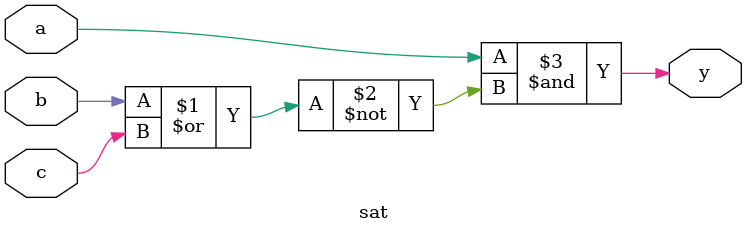
<source format=v>
module sat (a, b, c, y);
   input a, b, c;
   output y;

   assign y = a & ~(b | c);
endmodule
</source>
